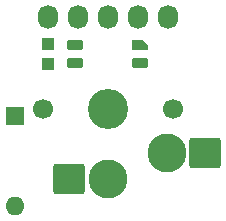
<source format=gbr>
%TF.GenerationSoftware,KiCad,Pcbnew,9.0.6*%
%TF.CreationDate,2025-12-02T18:26:22-08:00*%
%TF.ProjectId,pcb,7063622e-6b69-4636-9164-5f7063625858,rev?*%
%TF.SameCoordinates,Original*%
%TF.FileFunction,Soldermask,Top*%
%TF.FilePolarity,Negative*%
%FSLAX46Y46*%
G04 Gerber Fmt 4.6, Leading zero omitted, Abs format (unit mm)*
G04 Created by KiCad (PCBNEW 9.0.6) date 2025-12-02 18:26:22*
%MOMM*%
%LPD*%
G01*
G04 APERTURE LIST*
G04 Aperture macros list*
%AMRoundRect*
0 Rectangle with rounded corners*
0 $1 Rounding radius*
0 $2 $3 $4 $5 $6 $7 $8 $9 X,Y pos of 4 corners*
0 Add a 4 corners polygon primitive as box body*
4,1,4,$2,$3,$4,$5,$6,$7,$8,$9,$2,$3,0*
0 Add four circle primitives for the rounded corners*
1,1,$1+$1,$2,$3*
1,1,$1+$1,$4,$5*
1,1,$1+$1,$6,$7*
1,1,$1+$1,$8,$9*
0 Add four rect primitives between the rounded corners*
20,1,$1+$1,$2,$3,$4,$5,0*
20,1,$1+$1,$4,$5,$6,$7,0*
20,1,$1+$1,$6,$7,$8,$9,0*
20,1,$1+$1,$8,$9,$2,$3,0*%
%AMFreePoly0*
4,1,18,-0.410000,0.265000,0.000000,0.675000,0.328000,0.675000,0.359380,0.668758,0.385983,0.650983,0.403758,0.624380,0.410000,0.593000,0.410000,-0.593000,0.403758,-0.624380,0.385983,-0.650983,0.359380,-0.668758,0.328000,-0.675000,-0.328000,-0.675000,-0.359380,-0.668758,-0.385983,-0.650983,-0.403758,-0.624380,-0.410000,-0.593000,-0.410000,0.265000,-0.410000,0.265000,$1*%
G04 Aperture macros list end*
%ADD10R,1.000000X1.000000*%
%ADD11RoundRect,0.082000X-0.593000X0.328000X-0.593000X-0.328000X0.593000X-0.328000X0.593000X0.328000X0*%
%ADD12FreePoly0,270.000000*%
%ADD13R,1.600000X1.600000*%
%ADD14O,1.600000X1.600000*%
%ADD15C,1.700000*%
%ADD16C,3.400000*%
%ADD17C,3.300000*%
%ADD18RoundRect,0.260000X-1.065000X-1.040000X1.065000X-1.040000X1.065000X1.040000X-1.065000X1.040000X0*%
%ADD19O,1.727200X2.032000*%
G04 APERTURE END LIST*
D10*
%TO.C,R1*%
X35442800Y-58736300D03*
X35442800Y-60436300D03*
%TD*%
D11*
%TO.C,LED1*%
X37756300Y-60343700D03*
X37756300Y-58843700D03*
X43206300Y-60343700D03*
D12*
X43206300Y-58843700D03*
%TD*%
D13*
%TO.C,D1*%
X32625900Y-64895600D03*
D14*
X32625900Y-72515600D03*
%TD*%
D15*
%TO.C,CH1*%
X34981300Y-64293700D03*
D16*
X40481300Y-64293700D03*
D15*
X45981300Y-64293700D03*
D17*
X45481300Y-68043700D03*
D18*
X48726300Y-68043700D03*
X37236300Y-70243700D03*
D17*
X40481300Y-70243700D03*
%TD*%
D19*
%TO.C,J1*%
X45561300Y-56461400D03*
X43021300Y-56461400D03*
X40481300Y-56461400D03*
X37941300Y-56461400D03*
X35401300Y-56461400D03*
%TD*%
M02*

</source>
